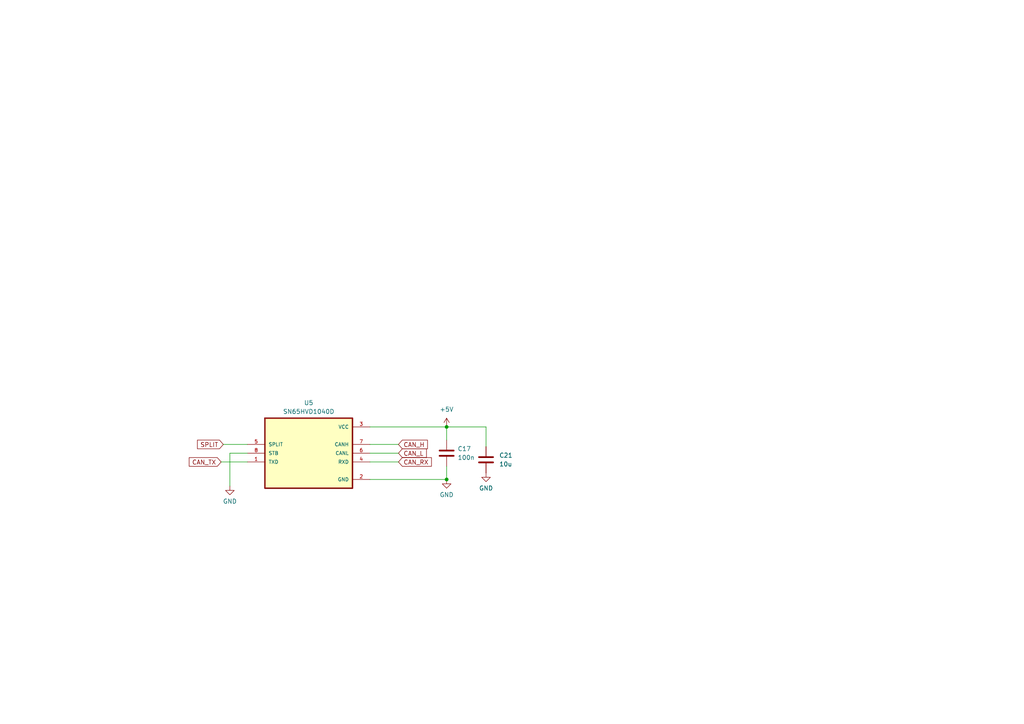
<source format=kicad_sch>
(kicad_sch (version 20231120) (generator "eeschema") (generator_version "8.0")
  (paper "A4")
  (lib_symbols
    (symbol "Device:C" (pin_numbers hide) (pin_names (offset 0.254))
      (property "Reference" "C" (at 0.635 2.54 0))
      (property "Value" "C" (at 0.635 -2.54 0))
      (symbol "C_0_1"
        (polyline (pts (xy -2.032 -0.762) (xy 2.032 -0.762)) (stroke (width 0.508)))
        (polyline (pts (xy -2.032 0.762) (xy 2.032 0.762)) (stroke (width 0.508)))
      )
      (symbol "C_1_1"
        (pin passive line (at 0 3.81 270) (length 2.794) (name "~") (number "1"))
        (pin passive line (at 0 -3.81 90) (length 2.794) (name "~") (number "2"))
      )
    )
    (symbol "SN65HVD1040D:SN65HVD1040D" (pin_names (offset 1.016))
      (property "Reference" "U" (at -12.7 11.16 0))
      (property "Value" "SN65HVD1040D" (at -12.7 -14.16 0))
      (symbol "SN65HVD1040D_0_0"
        (rectangle (start -12.7 -10.16) (end 12.7 10.16) (stroke (width 0.41)) (fill (type background)))
        (pin input line (at -17.78 -2.54 0) (length 5.08) (name "TXD") (number "1"))
        (pin power_in line (at 17.78 -7.62 180) (length 5.08) (name "GND") (number "2"))
        (pin power_in line (at 17.78 7.62 180) (length 5.08) (name "VCC") (number "3"))
        (pin output line (at 17.78 -2.54 180) (length 5.08) (name "RXD") (number "4"))
        (pin input line (at -17.78 2.54 0) (length 5.08) (name "SPLIT") (number "5"))
        (pin output line (at 17.78 0 180) (length 5.08) (name "CANL") (number "6"))
        (pin output line (at 17.78 2.54 180) (length 5.08) (name "CANH") (number "7"))
        (pin input line (at -17.78 0 0) (length 5.08) (name "STB") (number "8"))
      )
    )
    (symbol "power:+3.3V" (power) (pin_names (offset 0))
      (property "Value" "+3.3V" (at 0 3.556 0))
      (symbol "+3.3V_0_1"
        (polyline (pts (xy -0.762 1.27) (xy 0 2.54)))
        (polyline (pts (xy 0 0) (xy 0 2.54)))
        (polyline (pts (xy 0 2.54) (xy 0.762 1.27)))
      )
      (symbol "+3.3V_1_1"
        (pin power_in line (at 0 0 90) (length 0) hide (name "+3.3V") (number "1"))
      )
    )
    (symbol "power:GND" (power) (pin_names (offset 0))
      (property "Value" "GND" (at 0 -3.81 0))
      (symbol "GND_0_1"
        (polyline (pts (xy 0 0) (xy 0 -1.27) (xy 1.27 -1.27) (xy 0 -2.54) (xy -1.27 -1.27) (xy 0 -1.27)))
      )
      (symbol "GND_1_1"
        (pin power_in line (at 0 0 270) (length 0) hide (name "GND") (number "1"))
      )
    )
  )
  (junction (at 129.54 123.825))
  (junction (at 129.54 139.065))
  (wire (pts (xy 107.315 139.065) (xy 129.54 139.065)))
  (wire (pts (xy 66.675 131.445) (xy 66.675 140.97)))
  (wire (pts (xy 129.54 139.065) (xy 129.54 135.255)))
  (wire (pts (xy 71.755 131.445) (xy 66.675 131.445)))
  (wire (pts (xy 140.97 123.825) (xy 129.54 123.825)))
  (wire (pts (xy 64.135 133.985) (xy 71.755 133.985)))
  (wire (pts (xy 107.315 123.825) (xy 129.54 123.825)))
  (wire (pts (xy 107.315 133.985) (xy 115.57 133.985)))
  (wire (pts (xy 107.315 131.445) (xy 115.57 131.445)))
  (wire (pts (xy 64.77 128.905) (xy 71.755 128.905)))
  (wire (pts (xy 107.315 128.905) (xy 115.57 128.905)))
  (wire (pts (xy 129.54 123.825) (xy 129.54 127.635)))
  (wire (pts (xy 140.97 129.54) (xy 140.97 123.825)))
  (global_label "CAN_H" (shape input) (at 115.57 128.905 0) (property "Intersheetrefs" "${INTERSHEET_REFS}" (effects (hide yes))))
  (global_label "CAN_RX" (shape input) (at 115.57 133.985 0) (property "Intersheetrefs" "${INTERSHEET_REFS}" (effects (hide yes))))
  (global_label "CAN_TX" (shape input) (at 64.135 133.985 180) (property "Intersheetrefs" "${INTERSHEET_REFS}" (effects (hide yes))))
  (global_label "SPLIT" (shape input) (at 64.77 128.905 180) (property "Intersheetrefs" "${INTERSHEET_REFS}" (effects (hide yes))))
  (global_label "CAN_L" (shape input) (at 115.57 131.445 0) (property "Intersheetrefs" "${INTERSHEET_REFS}" (effects (hide yes))))
  (symbol (lib_id "power:GND") (at 66.675 140.97 0) (unit 1)
    (property "Reference" "#PWR046" (effects (hide yes)))
    (property "Value" "GND" (at 66.675 145.415 0))
    (property "Description" "Power symbol creates a global label with name \"GND\" , ground" (effects (hide yes)))
  )
  (symbol (lib_id "SN65HVD1040D:SN65HVD1040D") (at 89.535 131.445 0) (unit 1)
    (property "Reference" "U5" (at 89.535 116.84 0))
    (property "Value" "SN65HVD1040D" (at 89.535 119.38 0))
    (property "Footprint" "SN65HVD1040D:SOIC127P599X175-8N" (effects (hide yes)))
    (property "MF" "Texas Instruments" (effects (hide yes)))
    (property "Description_1" "\nIndustrial CAN Transceiver with Ultra Low Power Standby Mode with Bus Wake-up\n" (effects (hide yes)))
    (property "Package" "SOIC-8 Texas Instruments" (effects (hide yes)))
    (property "Price" "None" (effects (hide yes)))
    (property "SnapEDA_Link" "https://www.snapeda.com/parts/SN65HVD1040D/Texas+Instruments/view-part/?ref=snap" (effects (hide yes)))
    (property "MP" "SN65HVD1040D" (effects (hide yes)))
    (property "Purchase-URL" "https://www.snapeda.com/api/url_track_click_mouser/?unipart_id=232743&manufacturer=Texas Instruments&part_name=SN65HVD1040D&search_term=sn65hvd1040" (effects (hide yes)))
    (property "Availability" "In Stock" (effects (hide yes)))
    (property "Check_prices" "https://www.snapeda.com/parts/SN65HVD1040D/Texas+Instruments/view-part/?ref=eda" (effects (hide yes)))
  )
  (symbol (lib_id "power:GND") (at 140.97 137.16 0) (unit 1)
    (property "Reference" "#PWR047" (effects (hide yes)))
    (property "Value" "GND" (at 140.97 141.605 0))
    (property "Description" "Power symbol creates a global label with name \"GND\" , ground" (effects (hide yes)))
  )
  (symbol (lib_id "Device:C") (at 129.54 131.445 0) (unit 1)
    (property "Reference" "C17" (at 132.715 130.1749 0) (effects (justify left)))
    (property "Value" "100n" (at 132.715 132.7149 0) (effects (justify left)))
    (property "Footprint" "Capacitor_SMD:C_0603_1608Metric_Pad1.08x0.95mm_HandSolder" (effects (hide yes)))
    (property "Description" "Unpolarized capacitor" (effects (hide yes)))
  )
  (symbol (lib_id "power:GND") (at 129.54 139.065 0) (unit 1)
    (property "Reference" "#PWR029" (effects (hide yes)))
    (property "Value" "GND" (at 129.54 143.51 0))
    (property "Description" "Power symbol creates a global label with name \"GND\" , ground" (effects (hide yes)))
  )
  (symbol (lib_id "Device:C") (at 140.97 133.35 0) (unit 1)
    (property "Reference" "C21" (at 144.78 132.0799 0) (effects (justify left)))
    (property "Value" "10u" (at 144.78 134.6199 0) (effects (justify left)))
    (property "Footprint" "Capacitor_SMD:C_0805_2012Metric_Pad1.18x1.45mm_HandSolder" (effects (hide yes)))
    (property "Description" "Unpolarized capacitor" (effects (hide yes)))
  )
  (symbol (lib_id "power:+3.3V") (at 129.54 123.825 0) (unit 1)
    (property "Reference" "#PWR030" (effects (hide yes)))
    (property "Value" "+5V" (at 129.54 118.745 0))
  )
)
</source>
